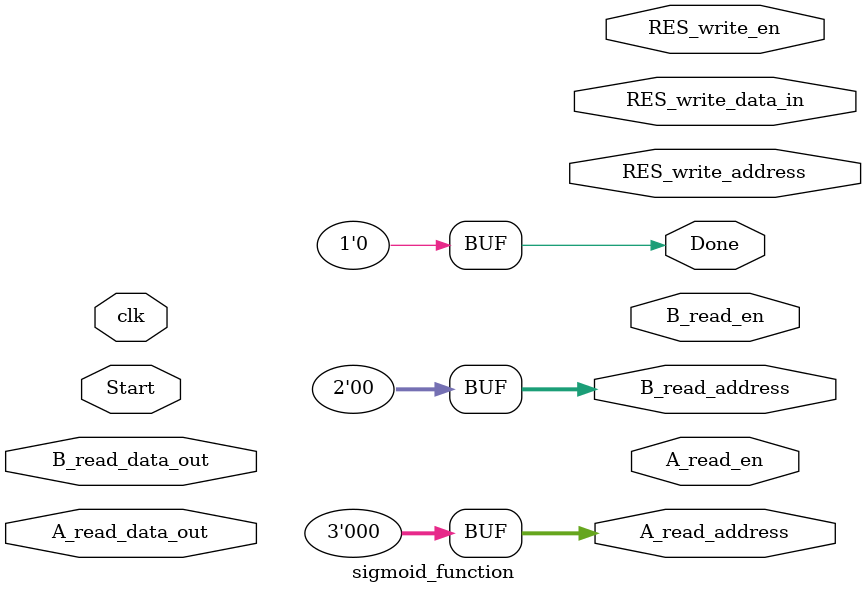
<source format=v>
`timescale 1ns / 1ps


module sigmoid_function
#(parameter width = 8, parameter A_depth_bits = 3, parameter B_depth_bits = 2, parameter RES_depth_bits = 1)
(
input clk,                                      
    input Start,                                        // myip_v1_0 -> matrix_multiply_0.
    output reg Done = 0,                                // matrix_multiply_0 -> myip_v1_0. Possibly reg.
    
    output A_read_en,                                   // matrix_multiply_0 -> A_RAM. Possibly reg.
    output reg [A_depth_bits-1:0] A_read_address = 0,   // matrix_multiply_0 -> A_RAM. Possibly reg.
    input [width-1:0] A_read_data_out,                  // A_RAM -> matrix_multiply_0.
    
    output B_read_en,                                   // matrix_multiply_0 -> B_RAM. Possibly reg.
    output reg [B_depth_bits-1:0] B_read_address = 0,   // matrix_multiply_0 -> B_RAM. Possibly reg.
    input [width-1:0] B_read_data_out,                  // B_RAM -> matrix_multiply_0.
    
    output RES_write_en,                                // matrix_multiply_0 -> RES_RAM. Possibly reg.
    output [RES_depth_bits-1:0] RES_write_address,      // matrix_multiply_0 -> RES_RAM. Possibly reg.
    output [width-1:0] RES_write_data_in                // matrix_multiply_0 -> RES_RAM. Possibly reg.
    );
endmodule

</source>
